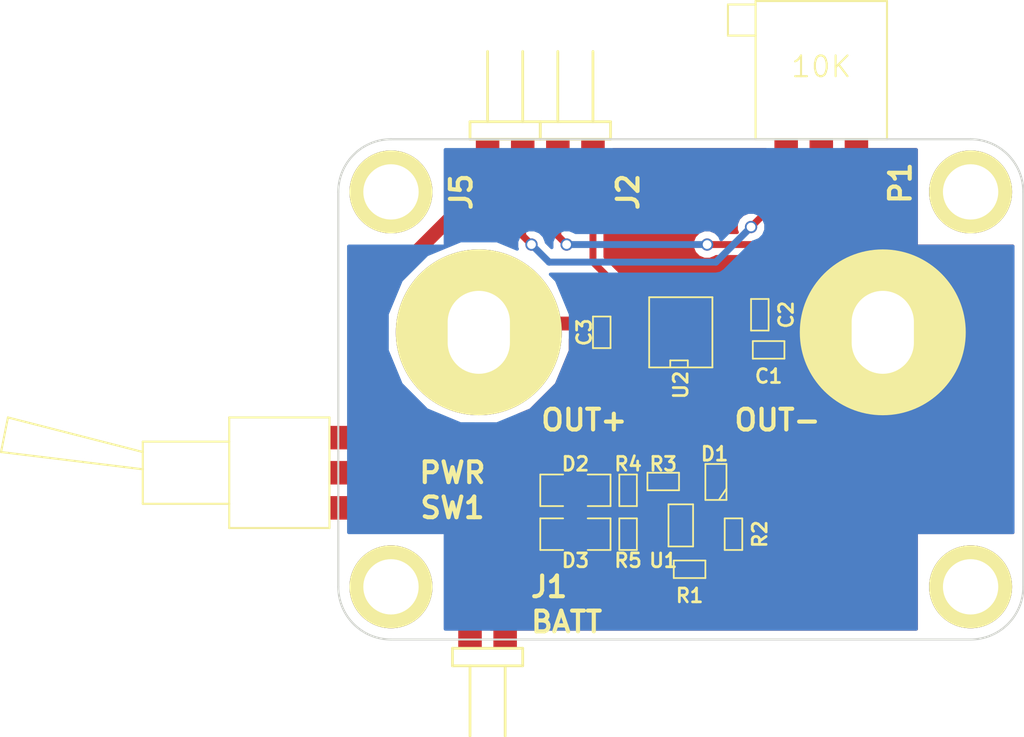
<source format=kicad_pcb>
(kicad_pcb (version 3) (host pcbnew "(2013-07-07 BZR 4022)-stable")

  (general
    (links 32)
    (no_connects 0)
    (area 146.100999 110.320999 225.408066 164.184001)
    (thickness 1.6)
    (drawings 8)
    (tracks 94)
    (zones 0)
    (modules 24)
    (nets 14)
  )

  (page A3)
  (layers
    (15 F.Cu signal)
    (0 B.Cu signal)
    (16 B.Adhes user)
    (17 F.Adhes user)
    (18 B.Paste user)
    (19 F.Paste user)
    (20 B.SilkS user)
    (21 F.SilkS user)
    (22 B.Mask user)
    (23 F.Mask user)
    (24 Dwgs.User user)
    (25 Cmts.User user)
    (26 Eco1.User user)
    (27 Eco2.User user)
    (28 Edge.Cuts user)
  )

  (setup
    (last_trace_width 0.254)
    (user_trace_width 0.5)
    (user_trace_width 1)
    (user_trace_width 2)
    (trace_clearance 0.254)
    (zone_clearance 0.508)
    (zone_45_only no)
    (trace_min 0.254)
    (segment_width 0.2)
    (edge_width 0.15)
    (via_size 0.889)
    (via_drill 0.635)
    (via_min_size 0.889)
    (via_min_drill 0.508)
    (uvia_size 0.508)
    (uvia_drill 0.127)
    (uvias_allowed no)
    (uvia_min_size 0.508)
    (uvia_min_drill 0.127)
    (pcb_text_width 0.3)
    (pcb_text_size 1.5 1.5)
    (mod_edge_width 0.2)
    (mod_text_size 1.5 1.5)
    (mod_text_width 0.15)
    (pad_size 12 12)
    (pad_drill 4.5)
    (pad_to_mask_clearance 0.2)
    (aux_axis_origin 0 0)
    (visible_elements 7FFFFFFF)
    (pcbplotparams
      (layerselection 3178497)
      (usegerberextensions true)
      (excludeedgelayer true)
      (linewidth 0.150000)
      (plotframeref false)
      (viasonmask false)
      (mode 1)
      (useauxorigin false)
      (hpglpennumber 1)
      (hpglpenspeed 20)
      (hpglpendiameter 15)
      (hpglpenoverlay 2)
      (psnegative false)
      (psa4output false)
      (plotreference true)
      (plotvalue true)
      (plotothertext true)
      (plotinvisibletext false)
      (padsonsilk false)
      (subtractmaskfromsilk false)
      (outputformat 1)
      (mirror false)
      (drillshape 1)
      (scaleselection 1)
      (outputdirectory ""))
  )

  (net 0 "")
  (net 1 +BATT)
  (net 2 GND)
  (net 3 N-0000010)
  (net 4 N-0000011)
  (net 5 N-0000012)
  (net 6 N-0000013)
  (net 7 N-0000014)
  (net 8 N-000002)
  (net 9 N-000004)
  (net 10 N-000005)
  (net 11 N-000006)
  (net 12 N-000007)
  (net 13 VCC)

  (net_class Default "This is the default net class."
    (clearance 0.254)
    (trace_width 0.254)
    (via_dia 0.889)
    (via_drill 0.635)
    (uvia_dia 0.508)
    (uvia_drill 0.127)
    (add_net "")
    (add_net +BATT)
    (add_net GND)
    (add_net N-0000010)
    (add_net N-0000011)
    (add_net N-0000012)
    (add_net N-0000013)
    (add_net N-0000014)
    (add_net N-000002)
    (add_net N-000004)
    (add_net N-000005)
    (add_net N-000006)
    (add_net N-000007)
    (add_net VCC)
  )

  (module SOT23-5 (layer F.Cu) (tedit 526C91F7) (tstamp 52426493)
    (at 195.58 148.59 90)
    (path /5224F90C)
    (attr smd)
    (fp_text reference U1 (at -2.54 -1.27 180) (layer F.SilkS)
      (effects (font (size 1 1) (thickness 0.2)))
    )
    (fp_text value LM321 (at 0 0 90) (layer F.SilkS) hide
      (effects (font (size 0.635 0.635) (thickness 0.127)))
    )
    (fp_line (start 1.524 -0.889) (end 1.524 0.889) (layer F.SilkS) (width 0.127))
    (fp_line (start 1.524 0.889) (end -1.524 0.889) (layer F.SilkS) (width 0.127))
    (fp_line (start -1.524 0.889) (end -1.524 -0.889) (layer F.SilkS) (width 0.127))
    (fp_line (start -1.524 -0.889) (end 1.524 -0.889) (layer F.SilkS) (width 0.127))
    (pad 1 smd rect (at -0.9525 1.27 90) (size 0.508 0.762)
      (layers F.Cu F.Paste F.Mask)
      (net 5 N-0000012)
    )
    (pad 3 smd rect (at 0.9525 1.27 90) (size 0.508 0.762)
      (layers F.Cu F.Paste F.Mask)
      (net 4 N-0000011)
    )
    (pad 5 smd rect (at -0.9525 -1.27 90) (size 0.508 0.762)
      (layers F.Cu F.Paste F.Mask)
      (net 13 VCC)
    )
    (pad 2 smd rect (at 0 1.27 90) (size 0.508 0.762)
      (layers F.Cu F.Paste F.Mask)
      (net 2 GND)
    )
    (pad 4 smd rect (at 0.9525 -1.27 90) (size 0.508 0.762)
      (layers F.Cu F.Paste F.Mask)
      (net 6 N-0000013)
    )
    (model smd/SOT23_5.wrl
      (at (xyz 0 0 0))
      (scale (xyz 0.1 0.1 0.1))
      (rotate (xyz 0 0 0))
    )
  )

  (module SOIC-8 (layer F.Cu) (tedit 526C92A1) (tstamp 524264A6)
    (at 195.58 134.62 90)
    (descr "Module CMS SOJ 8 pins large")
    (tags "CMS SOJ")
    (path /52323459)
    (attr smd)
    (fp_text reference U2 (at -3.81 0 90) (layer F.SilkS)
      (effects (font (size 1 1) (thickness 0.2)))
    )
    (fp_text value MAX6350 (at 0 1.27 90) (layer F.SilkS) hide
      (effects (font (size 1.00076 0.8001) (thickness 0.127)))
    )
    (fp_line (start -2.54 -2.286) (end 2.54 -2.286) (layer F.SilkS) (width 0.127))
    (fp_line (start 2.54 -2.286) (end 2.54 2.286) (layer F.SilkS) (width 0.127))
    (fp_line (start 2.54 2.286) (end -2.54 2.286) (layer F.SilkS) (width 0.127))
    (fp_line (start -2.54 2.286) (end -2.54 -2.286) (layer F.SilkS) (width 0.127))
    (fp_line (start -2.54 -0.762) (end -2.032 -0.762) (layer F.SilkS) (width 0.127))
    (fp_line (start -2.032 -0.762) (end -2.032 0.508) (layer F.SilkS) (width 0.127))
    (fp_line (start -2.032 0.508) (end -2.54 0.508) (layer F.SilkS) (width 0.127))
    (pad 8 smd rect (at -1.905 -3.175 90) (size 0.508 1.50114)
      (layers F.Cu F.Paste F.Mask)
    )
    (pad 7 smd rect (at -0.635 -3.175 90) (size 0.508 1.50114)
      (layers F.Cu F.Paste F.Mask)
    )
    (pad 6 smd rect (at 0.635 -3.175 90) (size 0.508 1.50114)
      (layers F.Cu F.Paste F.Mask)
      (net 8 N-000002)
    )
    (pad 5 smd rect (at 1.905 -3.175 90) (size 0.508 1.50114)
      (layers F.Cu F.Paste F.Mask)
      (net 10 N-000005)
    )
    (pad 4 smd rect (at 1.905 3.175 90) (size 0.508 1.50114)
      (layers F.Cu F.Paste F.Mask)
      (net 2 GND)
    )
    (pad 3 smd rect (at 0.635 3.175 90) (size 0.508 1.50114)
      (layers F.Cu F.Paste F.Mask)
      (net 12 N-000007)
    )
    (pad 2 smd rect (at -0.635 3.175 90) (size 0.508 1.50114)
      (layers F.Cu F.Paste F.Mask)
      (net 13 VCC)
    )
    (pad 1 smd rect (at -1.905 3.175 90) (size 0.508 1.50114)
      (layers F.Cu F.Paste F.Mask)
    )
    (model smd/cms_so8.wrl
      (at (xyz 0 0 0))
      (scale (xyz 0.5 0.38 0.5))
      (rotate (xyz 0 0 0))
    )
  )

  (module SM1206 (layer F.Cu) (tedit 526C8F12) (tstamp 524264B2)
    (at 187.96 149.225 180)
    (path /51AA6D97)
    (attr smd)
    (fp_text reference D3 (at 0 -1.905 180) (layer F.SilkS)
      (effects (font (size 1 1) (thickness 0.2)))
    )
    (fp_text value "LED (GREEN)" (at 0 0 180) (layer F.SilkS) hide
      (effects (font (size 0.762 0.762) (thickness 0.127)))
    )
    (fp_line (start -2.54 -1.143) (end -2.54 1.143) (layer F.SilkS) (width 0.127))
    (fp_line (start -2.54 1.143) (end -0.889 1.143) (layer F.SilkS) (width 0.127))
    (fp_line (start 0.889 -1.143) (end 2.54 -1.143) (layer F.SilkS) (width 0.127))
    (fp_line (start 2.54 -1.143) (end 2.54 1.143) (layer F.SilkS) (width 0.127))
    (fp_line (start 2.54 1.143) (end 0.889 1.143) (layer F.SilkS) (width 0.127))
    (fp_line (start -0.889 -1.143) (end -2.54 -1.143) (layer F.SilkS) (width 0.127))
    (pad 1 smd rect (at -1.651 0 180) (size 1.524 2.032)
      (layers F.Cu F.Paste F.Mask)
      (net 7 N-0000014)
    )
    (pad 2 smd rect (at 1.651 0 180) (size 1.524 2.032)
      (layers F.Cu F.Paste F.Mask)
      (net 2 GND)
    )
    (model smd/chip_cms.wrl
      (at (xyz 0 0 0))
      (scale (xyz 0.17 0.16 0.16))
      (rotate (xyz 0 0 0))
    )
  )

  (module SM1206 (layer F.Cu) (tedit 526C8F22) (tstamp 524264BE)
    (at 187.96 146.05)
    (path /51A1359F)
    (attr smd)
    (fp_text reference D2 (at 0 -1.905) (layer F.SilkS)
      (effects (font (size 1 1) (thickness 0.2)))
    )
    (fp_text value "LED (RED)" (at 0 0) (layer F.SilkS) hide
      (effects (font (size 0.762 0.762) (thickness 0.127)))
    )
    (fp_line (start -2.54 -1.143) (end -2.54 1.143) (layer F.SilkS) (width 0.127))
    (fp_line (start -2.54 1.143) (end -0.889 1.143) (layer F.SilkS) (width 0.127))
    (fp_line (start 0.889 -1.143) (end 2.54 -1.143) (layer F.SilkS) (width 0.127))
    (fp_line (start 2.54 -1.143) (end 2.54 1.143) (layer F.SilkS) (width 0.127))
    (fp_line (start 2.54 1.143) (end 0.889 1.143) (layer F.SilkS) (width 0.127))
    (fp_line (start -0.889 -1.143) (end -2.54 -1.143) (layer F.SilkS) (width 0.127))
    (pad 1 smd rect (at -1.651 0) (size 1.524 2.032)
      (layers F.Cu F.Paste F.Mask)
      (net 13 VCC)
    )
    (pad 2 smd rect (at 1.651 0) (size 1.524 2.032)
      (layers F.Cu F.Paste F.Mask)
      (net 3 N-0000010)
    )
    (model smd/chip_cms.wrl
      (at (xyz 0 0 0))
      (scale (xyz 0.17 0.16 0.16))
      (rotate (xyz 0 0 0))
    )
  )

  (module SM0603 (layer F.Cu) (tedit 526C918B) (tstamp 524264C8)
    (at 194.31 145.415)
    (path /51A1354F)
    (attr smd)
    (fp_text reference R3 (at 0 -1.27) (layer F.SilkS)
      (effects (font (size 1 1) (thickness 0.2)))
    )
    (fp_text value 2K2 (at 0 0) (layer F.SilkS) hide
      (effects (font (size 0.508 0.4572) (thickness 0.1143)))
    )
    (fp_line (start -1.143 -0.635) (end 1.143 -0.635) (layer F.SilkS) (width 0.127))
    (fp_line (start 1.143 -0.635) (end 1.143 0.635) (layer F.SilkS) (width 0.127))
    (fp_line (start 1.143 0.635) (end -1.143 0.635) (layer F.SilkS) (width 0.127))
    (fp_line (start -1.143 0.635) (end -1.143 -0.635) (layer F.SilkS) (width 0.127))
    (pad 1 smd rect (at -0.762 0) (size 0.635 1.143)
      (layers F.Cu F.Paste F.Mask)
      (net 13 VCC)
    )
    (pad 2 smd rect (at 0.762 0) (size 0.635 1.143)
      (layers F.Cu F.Paste F.Mask)
      (net 4 N-0000011)
    )
    (model smd\resistors\R0603.wrl
      (at (xyz 0 0 0.001))
      (scale (xyz 0.5 0.5 0.5))
      (rotate (xyz 0 0 0))
    )
  )

  (module SM0603 (layer F.Cu) (tedit 526C920E) (tstamp 524264D2)
    (at 199.39 149.225 90)
    (path /51A13546)
    (attr smd)
    (fp_text reference R2 (at 0 1.905 90) (layer F.SilkS)
      (effects (font (size 1 1) (thickness 0.2)))
    )
    (fp_text value 470k (at 0 0 90) (layer F.SilkS) hide
      (effects (font (size 0.508 0.4572) (thickness 0.1143)))
    )
    (fp_line (start -1.143 -0.635) (end 1.143 -0.635) (layer F.SilkS) (width 0.127))
    (fp_line (start 1.143 -0.635) (end 1.143 0.635) (layer F.SilkS) (width 0.127))
    (fp_line (start 1.143 0.635) (end -1.143 0.635) (layer F.SilkS) (width 0.127))
    (fp_line (start -1.143 0.635) (end -1.143 -0.635) (layer F.SilkS) (width 0.127))
    (pad 1 smd rect (at -0.762 0 90) (size 0.635 1.143)
      (layers F.Cu F.Paste F.Mask)
      (net 5 N-0000012)
    )
    (pad 2 smd rect (at 0.762 0 90) (size 0.635 1.143)
      (layers F.Cu F.Paste F.Mask)
      (net 2 GND)
    )
    (model smd\resistors\R0603.wrl
      (at (xyz 0 0 0.001))
      (scale (xyz 0.5 0.5 0.5))
      (rotate (xyz 0 0 0))
    )
  )

  (module SM0603 (layer F.Cu) (tedit 526C91B1) (tstamp 524264DC)
    (at 196.215 151.765)
    (path /51A13538)
    (attr smd)
    (fp_text reference R1 (at 0 1.905) (layer F.SilkS)
      (effects (font (size 1 1) (thickness 0.2)))
    )
    (fp_text value 330k (at 0 0) (layer F.SilkS) hide
      (effects (font (size 0.508 0.4572) (thickness 0.1143)))
    )
    (fp_line (start -1.143 -0.635) (end 1.143 -0.635) (layer F.SilkS) (width 0.127))
    (fp_line (start 1.143 -0.635) (end 1.143 0.635) (layer F.SilkS) (width 0.127))
    (fp_line (start 1.143 0.635) (end -1.143 0.635) (layer F.SilkS) (width 0.127))
    (fp_line (start -1.143 0.635) (end -1.143 -0.635) (layer F.SilkS) (width 0.127))
    (pad 1 smd rect (at -0.762 0) (size 0.635 1.143)
      (layers F.Cu F.Paste F.Mask)
      (net 13 VCC)
    )
    (pad 2 smd rect (at 0.762 0) (size 0.635 1.143)
      (layers F.Cu F.Paste F.Mask)
      (net 5 N-0000012)
    )
    (model smd\resistors\R0603.wrl
      (at (xyz 0 0 0.001))
      (scale (xyz 0.5 0.5 0.5))
      (rotate (xyz 0 0 0))
    )
  )

  (module SM0603 (layer F.Cu) (tedit 526C8F4B) (tstamp 524264E6)
    (at 191.77 146.05 270)
    (path /51A13655)
    (attr smd)
    (fp_text reference R4 (at -1.905 0 360) (layer F.SilkS)
      (effects (font (size 1 1) (thickness 0.2)))
    )
    (fp_text value 1K (at 0 0 270) (layer F.SilkS) hide
      (effects (font (size 0.508 0.4572) (thickness 0.1143)))
    )
    (fp_line (start -1.143 -0.635) (end 1.143 -0.635) (layer F.SilkS) (width 0.127))
    (fp_line (start 1.143 -0.635) (end 1.143 0.635) (layer F.SilkS) (width 0.127))
    (fp_line (start 1.143 0.635) (end -1.143 0.635) (layer F.SilkS) (width 0.127))
    (fp_line (start -1.143 0.635) (end -1.143 -0.635) (layer F.SilkS) (width 0.127))
    (pad 1 smd rect (at -0.762 0 270) (size 0.635 1.143)
      (layers F.Cu F.Paste F.Mask)
      (net 3 N-0000010)
    )
    (pad 2 smd rect (at 0.762 0 270) (size 0.635 1.143)
      (layers F.Cu F.Paste F.Mask)
      (net 6 N-0000013)
    )
    (model smd\resistors\R0603.wrl
      (at (xyz 0 0 0.001))
      (scale (xyz 0.5 0.5 0.5))
      (rotate (xyz 0 0 0))
    )
  )

  (module SM0603 (layer F.Cu) (tedit 526C92C8) (tstamp 524264F0)
    (at 201.295 133.35 90)
    (path /523281D8)
    (attr smd)
    (fp_text reference C2 (at 0 1.905 90) (layer F.SilkS)
      (effects (font (size 1 1) (thickness 0.2)))
    )
    (fp_text value 1uF (at 0 0 90) (layer F.SilkS) hide
      (effects (font (size 0.508 0.4572) (thickness 0.1143)))
    )
    (fp_line (start -1.143 -0.635) (end 1.143 -0.635) (layer F.SilkS) (width 0.127))
    (fp_line (start 1.143 -0.635) (end 1.143 0.635) (layer F.SilkS) (width 0.127))
    (fp_line (start 1.143 0.635) (end -1.143 0.635) (layer F.SilkS) (width 0.127))
    (fp_line (start -1.143 0.635) (end -1.143 -0.635) (layer F.SilkS) (width 0.127))
    (pad 1 smd rect (at -0.762 0 90) (size 0.635 1.143)
      (layers F.Cu F.Paste F.Mask)
      (net 12 N-000007)
    )
    (pad 2 smd rect (at 0.762 0 90) (size 0.635 1.143)
      (layers F.Cu F.Paste F.Mask)
      (net 2 GND)
    )
    (model smd\resistors\R0603.wrl
      (at (xyz 0 0 0.001))
      (scale (xyz 0.5 0.5 0.5))
      (rotate (xyz 0 0 0))
    )
  )

  (module SM0603 (layer F.Cu) (tedit 526C9291) (tstamp 524264FA)
    (at 189.865 134.62 270)
    (path /5232828B)
    (attr smd)
    (fp_text reference C3 (at 0 1.27 270) (layer F.SilkS)
      (effects (font (size 1 1) (thickness 0.2)))
    )
    (fp_text value 2,2uF (at 0 0 270) (layer F.SilkS) hide
      (effects (font (size 0.508 0.4572) (thickness 0.1143)))
    )
    (fp_line (start -1.143 -0.635) (end 1.143 -0.635) (layer F.SilkS) (width 0.127))
    (fp_line (start 1.143 -0.635) (end 1.143 0.635) (layer F.SilkS) (width 0.127))
    (fp_line (start 1.143 0.635) (end -1.143 0.635) (layer F.SilkS) (width 0.127))
    (fp_line (start -1.143 0.635) (end -1.143 -0.635) (layer F.SilkS) (width 0.127))
    (pad 1 smd rect (at -0.762 0 270) (size 0.635 1.143)
      (layers F.Cu F.Paste F.Mask)
      (net 8 N-000002)
    )
    (pad 2 smd rect (at 0.762 0 270) (size 0.635 1.143)
      (layers F.Cu F.Paste F.Mask)
      (net 2 GND)
    )
    (model smd\resistors\R0603.wrl
      (at (xyz 0 0 0.001))
      (scale (xyz 0.5 0.5 0.5))
      (rotate (xyz 0 0 0))
    )
  )

  (module SM0603 (layer F.Cu) (tedit 526C92C3) (tstamp 52426504)
    (at 201.93 135.89)
    (path /523282DB)
    (attr smd)
    (fp_text reference C1 (at 0 1.905) (layer F.SilkS)
      (effects (font (size 1 1) (thickness 0.2)))
    )
    (fp_text value 2,2uF (at 0 0) (layer F.SilkS) hide
      (effects (font (size 0.508 0.4572) (thickness 0.1143)))
    )
    (fp_line (start -1.143 -0.635) (end 1.143 -0.635) (layer F.SilkS) (width 0.127))
    (fp_line (start 1.143 -0.635) (end 1.143 0.635) (layer F.SilkS) (width 0.127))
    (fp_line (start 1.143 0.635) (end -1.143 0.635) (layer F.SilkS) (width 0.127))
    (fp_line (start -1.143 0.635) (end -1.143 -0.635) (layer F.SilkS) (width 0.127))
    (pad 1 smd rect (at -0.762 0) (size 0.635 1.143)
      (layers F.Cu F.Paste F.Mask)
      (net 13 VCC)
    )
    (pad 2 smd rect (at 0.762 0) (size 0.635 1.143)
      (layers F.Cu F.Paste F.Mask)
      (net 2 GND)
    )
    (model smd\resistors\R0603.wrl
      (at (xyz 0 0 0.001))
      (scale (xyz 0.5 0.5 0.5))
      (rotate (xyz 0 0 0))
    )
  )

  (module SM0603 (layer F.Cu) (tedit 526C8F74) (tstamp 5242650E)
    (at 191.77 149.225 90)
    (path /51AA6D5D)
    (attr smd)
    (fp_text reference R5 (at -1.905 0 180) (layer F.SilkS)
      (effects (font (size 1 1) (thickness 0.2)))
    )
    (fp_text value 1K (at 0 0 90) (layer F.SilkS) hide
      (effects (font (size 0.508 0.4572) (thickness 0.1143)))
    )
    (fp_line (start -1.143 -0.635) (end 1.143 -0.635) (layer F.SilkS) (width 0.127))
    (fp_line (start 1.143 -0.635) (end 1.143 0.635) (layer F.SilkS) (width 0.127))
    (fp_line (start 1.143 0.635) (end -1.143 0.635) (layer F.SilkS) (width 0.127))
    (fp_line (start -1.143 0.635) (end -1.143 -0.635) (layer F.SilkS) (width 0.127))
    (pad 1 smd rect (at -0.762 0 90) (size 0.635 1.143)
      (layers F.Cu F.Paste F.Mask)
      (net 7 N-0000014)
    )
    (pad 2 smd rect (at 0.762 0 90) (size 0.635 1.143)
      (layers F.Cu F.Paste F.Mask)
      (net 6 N-0000013)
    )
    (model smd\resistors\R0603.wrl
      (at (xyz 0 0 0.001))
      (scale (xyz 0.5 0.5 0.5))
      (rotate (xyz 0 0 0))
    )
  )

  (module RV_BOU3296X-EDGE (layer F.Cu) (tedit 526C926D) (tstamp 5242651C)
    (at 205.74 120.65 180)
    (path /523283BF)
    (fp_text reference P1 (at -5.715 -3.175 270) (layer F.SilkS)
      (effects (font (size 1.5 1.5) (thickness 0.3)))
    )
    (fp_text value 10K (at 0 5.25 180) (layer F.SilkS)
      (effects (font (size 1.5 1.5) (thickness 0.15)))
    )
    (fp_line (start 4.75 9.75) (end 6.75 9.75) (layer F.SilkS) (width 0.15))
    (fp_line (start 6.75 9.75) (end 6.75 7.5) (layer F.SilkS) (width 0.15))
    (fp_line (start 6.75 7.5) (end 4.75 7.5) (layer F.SilkS) (width 0.15))
    (fp_line (start -4.75 0) (end 4.75 0) (layer F.SilkS) (width 0.15))
    (fp_line (start 4.75 0) (end 4.75 10) (layer F.SilkS) (width 0.15))
    (fp_line (start 4.75 10) (end -4.75 10) (layer F.SilkS) (width 0.15))
    (fp_line (start -4.75 10) (end -4.75 0) (layer F.SilkS) (width 0.15))
    (pad 1 smd rect (at -2.54 -3 180) (size 1.7 6)
      (layers F.Cu F.Paste F.Mask)
      (net 2 GND)
    )
    (pad 2 smd rect (at 0 -3 180) (size 1.7 6)
      (layers F.Cu F.Paste F.Mask)
      (net 11 N-000006)
    )
    (pad 3 smd rect (at 2.54 -3 180) (size 1.7 6)
      (layers F.Cu F.Paste F.Mask)
      (net 9 N-000004)
    )
  )

  (module HDR-2-EDGE (layer F.Cu) (tedit 526C933E) (tstamp 52426528)
    (at 187.96 120.65 180)
    (path /523283CE)
    (fp_text reference J2 (at -3.81 -3.81 270) (layer F.SilkS)
      (effects (font (size 1.5 1.5) (thickness 0.3)))
    )
    (fp_text value TRIM (at 0 7.62 180) (layer F.SilkS) hide
      (effects (font (size 1.5 1.5) (thickness 0.2)))
    )
    (fp_line (start -2.54 1.27) (end 2.54 1.27) (layer F.SilkS) (width 0.2))
    (fp_line (start -2.54 0) (end 2.54 0) (layer F.SilkS) (width 0.2))
    (fp_line (start -2.54 1.27) (end -2.54 0) (layer F.SilkS) (width 0.2))
    (fp_line (start 2.54 1.27) (end 2.54 0) (layer F.SilkS) (width 0.2))
    (fp_line (start -1.27 6.35) (end -1.27 1.27) (layer F.SilkS) (width 0.2))
    (fp_line (start 1.27 6.35) (end 1.27 1.27) (layer F.SilkS) (width 0.2))
    (pad 1 smd rect (at -1.27 -3 180) (size 1.7 6)
      (layers F.Cu F.Paste F.Mask)
      (net 10 N-000005)
    )
    (pad 2 smd rect (at 1.27 -3 180) (size 1.7 6)
      (layers F.Cu F.Paste F.Mask)
      (net 11 N-000006)
    )
  )

  (module HDR-2-EDGE (layer F.Cu) (tedit 526C9354) (tstamp 52426534)
    (at 182.88 120.65 180)
    (path /523391A3)
    (fp_text reference J5 (at 3.175 -3.81 270) (layer F.SilkS)
      (effects (font (size 1.5 1.5) (thickness 0.3)))
    )
    (fp_text value TRIMPWR (at 0 7.62 180) (layer F.SilkS) hide
      (effects (font (size 1.5 1.5) (thickness 0.2)))
    )
    (fp_line (start -2.54 1.27) (end 2.54 1.27) (layer F.SilkS) (width 0.2))
    (fp_line (start -2.54 0) (end 2.54 0) (layer F.SilkS) (width 0.2))
    (fp_line (start -2.54 1.27) (end -2.54 0) (layer F.SilkS) (width 0.2))
    (fp_line (start 2.54 1.27) (end 2.54 0) (layer F.SilkS) (width 0.2))
    (fp_line (start -1.27 6.35) (end -1.27 1.27) (layer F.SilkS) (width 0.2))
    (fp_line (start 1.27 6.35) (end 1.27 1.27) (layer F.SilkS) (width 0.2))
    (pad 1 smd rect (at -1.27 -3 180) (size 1.7 6)
      (layers F.Cu F.Paste F.Mask)
      (net 9 N-000004)
    )
    (pad 2 smd rect (at 1.27 -3 180) (size 1.7 6)
      (layers F.Cu F.Paste F.Mask)
      (net 13 VCC)
    )
  )

  (module HDR-2-EDGE (layer F.Cu) (tedit 526C8E89) (tstamp 52426540)
    (at 181.61 157.48)
    (path /52339217)
    (fp_text reference J1 (at 4.445 -4.445) (layer F.SilkS)
      (effects (font (size 1.5 1.5) (thickness 0.3)))
    )
    (fp_text value BATT (at 5.715 -1.905) (layer F.SilkS)
      (effects (font (size 1.5 1.5) (thickness 0.3)))
    )
    (fp_line (start -2.54 1.27) (end 2.54 1.27) (layer F.SilkS) (width 0.2))
    (fp_line (start -2.54 0) (end 2.54 0) (layer F.SilkS) (width 0.2))
    (fp_line (start -2.54 1.27) (end -2.54 0) (layer F.SilkS) (width 0.2))
    (fp_line (start 2.54 1.27) (end 2.54 0) (layer F.SilkS) (width 0.2))
    (fp_line (start -1.27 6.35) (end -1.27 1.27) (layer F.SilkS) (width 0.2))
    (fp_line (start 1.27 6.35) (end 1.27 1.27) (layer F.SilkS) (width 0.2))
    (pad 1 smd rect (at -1.27 -3) (size 1.7 6)
      (layers F.Cu F.Paste F.Mask)
      (net 1 +BATT)
    )
    (pad 2 smd rect (at 1.27 -3) (size 1.7 6)
      (layers F.Cu F.Paste F.Mask)
      (net 2 GND)
    )
  )

  (module BANANA_JACK (layer F.Cu) (tedit 526C930E) (tstamp 52426545)
    (at 180.975 134.62 180)
    (path /5232833F)
    (fp_text reference J3 (at 0 -7.62 180) (layer F.SilkS) hide
      (effects (font (size 1.5 1.5) (thickness 0.15)))
    )
    (fp_text value OUT+ (at -7.62 -6.35 180) (layer F.SilkS)
      (effects (font (size 1.5 1.5) (thickness 0.3)))
    )
    (pad 1 thru_hole circle (at 0 0 180) (size 12 12) (drill oval 4.5 6)
      (layers *.Cu *.Mask F.SilkS)
      (net 8 N-000002)
    )
  )

  (module BANANA_JACK (layer F.Cu) (tedit 526C9314) (tstamp 5242654A)
    (at 210.185 134.62 180)
    (path /5232837A)
    (fp_text reference J4 (at 0 -7.62 180) (layer F.SilkS) hide
      (effects (font (size 1.5 1.5) (thickness 0.15)))
    )
    (fp_text value OUT- (at 7.62 -6.35 180) (layer F.SilkS)
      (effects (font (size 1.5 1.5) (thickness 0.3)))
    )
    (pad 1 thru_hole circle (at 0 0 180) (size 12 12) (drill oval 4.5 6)
      (layers *.Cu *.Mask F.SilkS)
      (net 2 GND)
    )
  )

  (module SW_EDGE (layer F.Cu) (tedit 526C8ECC) (tstamp 52429411)
    (at 170.18 144.78 270)
    (path /52353079)
    (fp_text reference SW1 (at 2.54 -8.89 360) (layer F.SilkS)
      (effects (font (size 1.5 1.5) (thickness 0.3)))
    )
    (fp_text value PWR (at 0 -8.89 360) (layer F.SilkS)
      (effects (font (size 1.5 1.5) (thickness 0.3)))
    )
    (fp_line (start -1.5 13.5) (end -4 23.25) (layer F.SilkS) (width 0.15))
    (fp_line (start -4 23.25) (end -1.5 23.75) (layer F.SilkS) (width 0.15))
    (fp_line (start -1.5 23.75) (end -0.25 13.5) (layer F.SilkS) (width 0.15))
    (fp_line (start -2.25 7.25) (end -2.25 13.5) (layer F.SilkS) (width 0.15))
    (fp_line (start -2.25 13.5) (end 2.25 13.5) (layer F.SilkS) (width 0.15))
    (fp_line (start 2.25 13.5) (end 2.25 7.25) (layer F.SilkS) (width 0.15))
    (fp_line (start -4 0) (end 4 0) (layer F.SilkS) (width 0.15))
    (fp_line (start -4 0) (end -4 7.25) (layer F.SilkS) (width 0.15))
    (fp_line (start -4 7.25) (end 4 7.25) (layer F.SilkS) (width 0.15))
    (fp_line (start 4 7.25) (end 4 0) (layer F.SilkS) (width 0.15))
    (pad 1 smd rect (at -2.54 -3 270) (size 1.7 6)
      (layers F.Cu F.Paste F.Mask)
      (net 13 VCC)
    )
    (pad 2 smd rect (at 0 -3 270) (size 1.7 6)
      (layers F.Cu F.Paste F.Mask)
      (net 1 +BATT)
    )
    (pad 3 smd rect (at 2.54 -3 270) (size 1.7 6)
      (layers F.Cu F.Paste F.Mask)
    )
  )

  (module SOT23 (layer F.Cu) (tedit 526C921B) (tstamp 5242941D)
    (at 198.12 145.415 90)
    (tags SOT23)
    (path /51A1357D)
    (fp_text reference D1 (at 1.99898 -0.09906 180) (layer F.SilkS)
      (effects (font (size 1 1) (thickness 0.2)))
    )
    (fp_text value BZX84C4V7LT1G (at 0.0635 0 90) (layer F.SilkS) hide
      (effects (font (size 0.50038 0.50038) (thickness 0.0762)))
    )
    (fp_line (start -0.508 0.762) (end -1.27 0.254) (layer F.SilkS) (width 0.127))
    (fp_line (start 1.27 0.762) (end -1.3335 0.762) (layer F.SilkS) (width 0.127))
    (fp_line (start -1.3335 0.762) (end -1.3335 -0.762) (layer F.SilkS) (width 0.127))
    (fp_line (start -1.3335 -0.762) (end 1.27 -0.762) (layer F.SilkS) (width 0.127))
    (fp_line (start 1.27 -0.762) (end 1.27 0.762) (layer F.SilkS) (width 0.127))
    (pad 3 smd rect (at 0 -1.27 90) (size 0.70104 1.00076)
      (layers F.Cu F.Paste F.Mask)
      (net 4 N-0000011)
    )
    (pad 2 smd rect (at 0.9525 1.27 90) (size 0.70104 1.00076)
      (layers F.Cu F.Paste F.Mask)
    )
    (pad 1 smd rect (at -0.9525 1.27 90) (size 0.70104 1.00076)
      (layers F.Cu F.Paste F.Mask)
      (net 2 GND)
    )
    (model smd/SOT23_6.wrl
      (at (xyz 0 0 0))
      (scale (xyz 0.11 0.11 0.11))
      (rotate (xyz 0 0 -180))
    )
  )

  (module MNT_HOLE_4 (layer F.Cu) (tedit 4AAB21C9) (tstamp 52446841)
    (at 216.535 124.46)
    (fp_text reference MNT_HOLE_4 (at 0 -6.35) (layer F.SilkS) hide
      (effects (font (size 1.524 1.524) (thickness 0.3048)))
    )
    (fp_text value Val** (at 0 0) (layer F.SilkS) hide
      (effects (font (size 1.524 1.524) (thickness 0.3048)))
    )
    (pad "" thru_hole circle (at 0 0) (size 5.99948 5.99948) (drill 4.0005)
      (layers *.Cu *.Mask F.SilkS)
    )
  )

  (module MNT_HOLE_4 (layer F.Cu) (tedit 4AAB21C9) (tstamp 5244684A)
    (at 174.625 124.46)
    (fp_text reference MNT_HOLE_4 (at 0 -6.35) (layer F.SilkS) hide
      (effects (font (size 1.524 1.524) (thickness 0.3048)))
    )
    (fp_text value Val** (at 0 0) (layer F.SilkS) hide
      (effects (font (size 1.524 1.524) (thickness 0.3048)))
    )
    (pad "" thru_hole circle (at 0 0) (size 5.99948 5.99948) (drill 4.0005)
      (layers *.Cu *.Mask F.SilkS)
    )
  )

  (module MNT_HOLE_4 (layer F.Cu) (tedit 4AAB21C9) (tstamp 52446853)
    (at 174.625 153.035)
    (fp_text reference MNT_HOLE_4 (at 0 -6.35) (layer F.SilkS) hide
      (effects (font (size 1.524 1.524) (thickness 0.3048)))
    )
    (fp_text value Val** (at 0 0) (layer F.SilkS) hide
      (effects (font (size 1.524 1.524) (thickness 0.3048)))
    )
    (pad "" thru_hole circle (at 0 0) (size 5.99948 5.99948) (drill 4.0005)
      (layers *.Cu *.Mask F.SilkS)
    )
  )

  (module MNT_HOLE_4 (layer F.Cu) (tedit 4AAB21C9) (tstamp 5244685C)
    (at 216.535 153.035)
    (fp_text reference MNT_HOLE_4 (at 0 -6.35) (layer F.SilkS) hide
      (effects (font (size 1.524 1.524) (thickness 0.3048)))
    )
    (fp_text value Val** (at 0 0) (layer F.SilkS) hide
      (effects (font (size 1.524 1.524) (thickness 0.3048)))
    )
    (pad "" thru_hole circle (at 0 0) (size 5.99948 5.99948) (drill 4.0005)
      (layers *.Cu *.Mask F.SilkS)
    )
  )

  (gr_line (start 220.345 124.46) (end 220.345 153.035) (angle 90) (layer Edge.Cuts) (width 0.15))
  (gr_line (start 170.815 124.46) (end 170.815 153.035) (angle 90) (layer Edge.Cuts) (width 0.15))
  (gr_line (start 216.535 120.65) (end 174.625 120.65) (angle 90) (layer Edge.Cuts) (width 0.15))
  (gr_arc (start 216.535 124.46) (end 216.535 120.65) (angle 90) (layer Edge.Cuts) (width 0.15))
  (gr_arc (start 174.625 124.46) (end 170.815 124.46) (angle 90) (layer Edge.Cuts) (width 0.15))
  (gr_arc (start 174.625 153.035) (end 174.625 156.845) (angle 90) (layer Edge.Cuts) (width 0.15))
  (gr_arc (start 216.535 153.035) (end 220.345 153.035) (angle 90) (layer Edge.Cuts) (width 0.15))
  (gr_line (start 174.625 156.845) (end 216.535 156.845) (angle 90) (layer Edge.Cuts) (width 0.15))

  (segment (start 173.18 144.78) (end 176.53 144.78) (width 2) (layer F.Cu) (net 1))
  (segment (start 176.53 144.78) (end 180.34 148.59) (width 2) (layer F.Cu) (net 1) (tstamp 524358D9))
  (segment (start 180.34 148.59) (end 180.34 154.48) (width 2) (layer F.Cu) (net 1) (tstamp 524358DE))
  (segment (start 208.28 123.65) (end 208.28 132.715) (width 1) (layer F.Cu) (net 2))
  (segment (start 208.28 132.715) (end 210.185 134.62) (width 1) (layer F.Cu) (net 2) (tstamp 52440A3F))
  (segment (start 199.39 148.463) (end 200.533 148.463) (width 0.5) (layer F.Cu) (net 2))
  (segment (start 201.295 149.225) (end 201.295 154.48) (width 0.5) (layer F.Cu) (net 2) (tstamp 5243ABFE))
  (segment (start 200.533 148.463) (end 201.295 149.225) (width 0.5) (layer F.Cu) (net 2) (tstamp 5243ABFB))
  (segment (start 186.309 149.225) (end 186.309 154.48) (width 0.5) (layer F.Cu) (net 2))
  (segment (start 182.88 154.48) (end 186.309 154.48) (width 2) (layer F.Cu) (net 2))
  (segment (start 186.309 154.48) (end 201.295 154.48) (width 2) (layer F.Cu) (net 2) (tstamp 5243ABF9))
  (segment (start 201.295 154.48) (end 206.2 154.48) (width 2) (layer F.Cu) (net 2) (tstamp 5243AC01))
  (segment (start 206.2 154.48) (end 210.185 150.495) (width 2) (layer F.Cu) (net 2) (tstamp 5243AB91))
  (segment (start 210.185 150.495) (end 210.185 134.62) (width 2) (layer F.Cu) (net 2) (tstamp 5243AB94))
  (segment (start 189.865 135.382) (end 189.865 136.525) (width 0.5) (layer F.Cu) (net 2))
  (segment (start 197.485 132.715) (end 198.755 132.715) (width 0.5) (layer F.Cu) (net 2) (tstamp 5243A89B))
  (segment (start 196.85 133.35) (end 197.485 132.715) (width 0.5) (layer F.Cu) (net 2) (tstamp 5243A899))
  (segment (start 196.85 136.525) (end 196.85 133.35) (width 0.5) (layer F.Cu) (net 2) (tstamp 5243A894))
  (segment (start 195.58 137.795) (end 196.85 136.525) (width 0.5) (layer F.Cu) (net 2) (tstamp 5243A88F))
  (segment (start 191.135 137.795) (end 195.58 137.795) (width 0.5) (layer F.Cu) (net 2) (tstamp 5243A88D))
  (segment (start 189.865 136.525) (end 191.135 137.795) (width 0.5) (layer F.Cu) (net 2) (tstamp 5243A883))
  (segment (start 202.692 135.89) (end 202.692 132.715) (width 0.5) (layer F.Cu) (net 2))
  (segment (start 202.692 132.715) (end 202.565 132.715) (width 0.5) (layer F.Cu) (net 2) (tstamp 5243A80F))
  (segment (start 198.755 132.715) (end 201.168 132.715) (width 0.5) (layer F.Cu) (net 2))
  (segment (start 201.168 132.715) (end 201.295 132.588) (width 0.5) (layer F.Cu) (net 2) (tstamp 5243A7D9))
  (segment (start 201.295 132.588) (end 201.295 132.715) (width 0.5) (layer F.Cu) (net 2) (tstamp 5243A7E0))
  (segment (start 201.295 132.715) (end 202.565 132.715) (width 0.5) (layer F.Cu) (net 2) (tstamp 5243A7E1))
  (segment (start 202.565 132.715) (end 208.28 132.715) (width 0.5) (layer F.Cu) (net 2) (tstamp 5243A819))
  (segment (start 208.28 132.715) (end 210.185 134.62) (width 0.5) (layer F.Cu) (net 2) (tstamp 5243A7F6))
  (segment (start 183.055 154.305) (end 182.88 154.48) (width 0.254) (layer F.Cu) (net 2) (tstamp 524358C5))
  (segment (start 199.39 148.463) (end 199.39 146.3675) (width 0.254) (layer F.Cu) (net 2))
  (segment (start 196.85 148.59) (end 199.263 148.59) (width 0.254) (layer F.Cu) (net 2))
  (segment (start 199.263 148.59) (end 199.39 148.463) (width 0.254) (layer F.Cu) (net 2) (tstamp 524355DC))
  (segment (start 191.77 145.288) (end 190.373 145.288) (width 0.254) (layer F.Cu) (net 3))
  (segment (start 190.373 145.288) (end 189.611 146.05) (width 0.254) (layer F.Cu) (net 3) (tstamp 52435741))
  (segment (start 196.85 145.415) (end 195.072 145.415) (width 0.254) (layer F.Cu) (net 4) (status 20))
  (segment (start 196.85 147.6375) (end 196.85 145.415) (width 0.254) (layer F.Cu) (net 4))
  (segment (start 199.39 149.987) (end 196.977 149.987) (width 0.254) (layer F.Cu) (net 5))
  (segment (start 196.85 149.5425) (end 196.977 149.6695) (width 0.254) (layer F.Cu) (net 5))
  (segment (start 196.977 149.6695) (end 196.977 149.987) (width 0.254) (layer F.Cu) (net 5) (tstamp 52435606))
  (segment (start 196.977 149.987) (end 196.977 151.765) (width 0.254) (layer F.Cu) (net 5) (tstamp 52435622) (status 20))
  (segment (start 194.31 147.6375) (end 191.77 147.6375) (width 0.254) (layer F.Cu) (net 6))
  (segment (start 191.77 148.463) (end 191.77 147.6375) (width 0.254) (layer F.Cu) (net 6))
  (segment (start 191.77 147.6375) (end 191.77 146.812) (width 0.254) (layer F.Cu) (net 6) (tstamp 5243573C))
  (segment (start 191.77 149.987) (end 190.373 149.987) (width 0.254) (layer F.Cu) (net 7))
  (segment (start 190.373 149.987) (end 189.611 149.225) (width 0.254) (layer F.Cu) (net 7) (tstamp 52435749))
  (segment (start 192.405 133.985) (end 191.135 133.985) (width 0.5) (layer F.Cu) (net 8))
  (segment (start 191.135 133.985) (end 189.992 133.985) (width 1) (layer F.Cu) (net 8) (tstamp 52440AA0))
  (segment (start 189.992 133.985) (end 189.23 133.985) (width 1) (layer F.Cu) (net 8) (tstamp 52440AA1))
  (segment (start 181.61 133.985) (end 180.975 134.62) (width 1) (layer F.Cu) (net 8) (tstamp 5243A877))
  (segment (start 189.23 133.985) (end 181.61 133.985) (width 1) (layer F.Cu) (net 8) (tstamp 5243A86E))
  (segment (start 189.992 133.985) (end 189.23 133.985) (width 0.5) (layer F.Cu) (net 8) (tstamp 5243A86D))
  (segment (start 203.2 123.65) (end 203.2 124.46) (width 0.5) (layer F.Cu) (net 9))
  (segment (start 184.15 127.635) (end 184.15 123.65) (width 0.5) (layer F.Cu) (net 9) (tstamp 52440A5C))
  (segment (start 184.785 128.27) (end 184.15 127.635) (width 0.5) (layer F.Cu) (net 9) (tstamp 52440A5B))
  (via (at 184.785 128.27) (size 0.889) (layers F.Cu B.Cu) (net 9))
  (segment (start 186.055 129.54) (end 184.785 128.27) (width 0.5) (layer B.Cu) (net 9) (tstamp 52440A59))
  (segment (start 198.12 129.54) (end 186.055 129.54) (width 0.5) (layer B.Cu) (net 9) (tstamp 52440A57))
  (segment (start 200.66 127) (end 198.12 129.54) (width 0.5) (layer B.Cu) (net 9) (tstamp 52440A56))
  (via (at 200.66 127) (size 0.889) (layers F.Cu B.Cu) (net 9))
  (segment (start 203.2 124.46) (end 200.66 127) (width 0.5) (layer F.Cu) (net 9) (tstamp 52440A54))
  (segment (start 192.405 132.715) (end 189.23 129.54) (width 0.5) (layer F.Cu) (net 10))
  (segment (start 189.23 129.54) (end 189.23 123.65) (width 0.5) (layer F.Cu) (net 10) (tstamp 52440A42))
  (segment (start 205.74 123.65) (end 205.74 127) (width 0.5) (layer F.Cu) (net 11))
  (segment (start 186.69 127.635) (end 186.69 123.65) (width 0.5) (layer F.Cu) (net 11) (tstamp 52440A51))
  (segment (start 187.325 128.27) (end 186.69 127.635) (width 0.5) (layer F.Cu) (net 11) (tstamp 52440A50))
  (via (at 187.325 128.27) (size 0.889) (layers F.Cu B.Cu) (net 11))
  (segment (start 197.485 128.27) (end 187.325 128.27) (width 0.5) (layer B.Cu) (net 11) (tstamp 52440A4D))
  (via (at 197.485 128.27) (size 0.889) (layers F.Cu B.Cu) (net 11))
  (segment (start 204.47 128.27) (end 197.485 128.27) (width 0.5) (layer F.Cu) (net 11) (tstamp 52440A4B))
  (segment (start 205.74 127) (end 204.47 128.27) (width 0.5) (layer F.Cu) (net 11) (tstamp 52440A4A))
  (segment (start 201.295 134.112) (end 201.168 133.985) (width 0.5) (layer F.Cu) (net 12))
  (segment (start 201.168 133.985) (end 198.755 133.985) (width 0.5) (layer F.Cu) (net 12) (tstamp 5243A7D0))
  (segment (start 173.18 142.24) (end 173.18 132.08) (width 1) (layer F.Cu) (net 13))
  (segment (start 173.18 132.08) (end 181.61 123.65) (width 1) (layer F.Cu) (net 13) (tstamp 52440A3B))
  (segment (start 193.548 145.415) (end 193.548 142.24) (width 0.5) (layer F.Cu) (net 13))
  (segment (start 193.548 142.24) (end 193.675 142.24) (width 0.5) (layer F.Cu) (net 13) (tstamp 5243ABC4))
  (segment (start 186.309 146.05) (end 186.309 142.24) (width 0.5) (layer F.Cu) (net 13))
  (segment (start 186.309 142.24) (end 186.055 142.24) (width 0.5) (layer F.Cu) (net 13) (tstamp 5243ABB9))
  (segment (start 201.295 138.43) (end 201.295 136.017) (width 1) (layer F.Cu) (net 13))
  (segment (start 197.485 142.24) (end 201.295 138.43) (width 2) (layer F.Cu) (net 13) (tstamp 5243AB0C))
  (segment (start 193.675 142.24) (end 197.485 142.24) (width 2) (layer F.Cu) (net 13) (tstamp 5243ABC7))
  (segment (start 201.295 136.017) (end 201.168 135.89) (width 1) (layer F.Cu) (net 13) (tstamp 5243AB23))
  (segment (start 186.055 142.24) (end 193.675 142.24) (width 2) (layer F.Cu) (net 13) (tstamp 5243ABBC))
  (segment (start 173.18 142.24) (end 186.055 142.24) (width 2) (layer F.Cu) (net 13))
  (segment (start 198.755 135.255) (end 200.533 135.255) (width 0.5) (layer F.Cu) (net 13))
  (segment (start 200.533 135.255) (end 201.168 135.89) (width 0.5) (layer F.Cu) (net 13) (tstamp 5243A81D))
  (segment (start 194.31 149.5425) (end 195.453 149.5425) (width 0.254) (layer F.Cu) (net 13))
  (segment (start 193.548 145.415) (end 193.548 145.923) (width 0.254) (layer F.Cu) (net 13) (status 30))
  (segment (start 195.453 147.193) (end 195.453 149.5425) (width 0.254) (layer F.Cu) (net 13) (tstamp 524355EE))
  (segment (start 195.453 149.5425) (end 195.453 151.765) (width 0.254) (layer F.Cu) (net 13) (tstamp 524355FB) (status 20))
  (segment (start 194.945 146.685) (end 195.453 147.193) (width 0.254) (layer F.Cu) (net 13) (tstamp 524355EC))
  (segment (start 194.31 146.685) (end 194.945 146.685) (width 0.254) (layer F.Cu) (net 13) (tstamp 524355EB))
  (segment (start 193.548 145.923) (end 194.31 146.685) (width 0.254) (layer F.Cu) (net 13) (tstamp 524355E9) (status 10))

  (zone (net 2) (net_name GND) (layer F.Cu) (tstamp 52440A99) (hatch edge 0.508)
    (connect_pads yes (clearance 0.508))
    (min_thickness 0.254)
    (fill (arc_segments 16) (thermal_gap 0.508) (thermal_bridge_width 0.508))
    (polygon
      (pts
        (xy 219.71 149.225) (xy 212.725 149.225) (xy 212.725 156.21) (xy 178.435 156.21) (xy 178.435 149.225)
        (xy 171.45 149.225) (xy 171.45 128.27) (xy 178.435 128.27) (xy 178.435 121.285) (xy 212.725 121.285)
        (xy 212.725 128.27) (xy 219.71 128.27)
      )
    )
    (filled_polygon
      (pts
        (xy 219.583 149.098) (xy 212.598 149.098) (xy 212.598 156.083) (xy 181.82511 156.083) (xy 181.82511 155.14375)
        (xy 181.850543 155.105687) (xy 181.975 154.48) (xy 181.975 148.59) (xy 181.850543 147.964313) (xy 181.850542 147.964312)
        (xy 181.49612 147.43388) (xy 181.496116 147.433877) (xy 177.937239 143.875) (xy 185.424 143.875) (xy 185.424 144.39889)
        (xy 185.421245 144.39889) (xy 185.187771 144.495359) (xy 185.008987 144.673832) (xy 184.912111 144.907136) (xy 184.91189 145.159755)
        (xy 184.91189 147.191755) (xy 185.008359 147.425229) (xy 185.186832 147.604013) (xy 185.420136 147.700889) (xy 185.672755 147.70111)
        (xy 187.196755 147.70111) (xy 187.430229 147.604641) (xy 187.609013 147.426168) (xy 187.705889 147.192864) (xy 187.70611 146.940245)
        (xy 187.70611 144.908245) (xy 187.609641 144.674771) (xy 187.431168 144.495987) (xy 187.197864 144.399111) (xy 187.194 144.399107)
        (xy 187.194 143.875) (xy 192.663 143.875) (xy 192.663 144.41643) (xy 192.468364 144.335611) (xy 192.215745 144.33539)
        (xy 191.072745 144.33539) (xy 190.839271 144.431859) (xy 190.754063 144.516918) (xy 190.733168 144.495987) (xy 190.499864 144.399111)
        (xy 190.247245 144.39889) (xy 188.723245 144.39889) (xy 188.489771 144.495359) (xy 188.310987 144.673832) (xy 188.214111 144.907136)
        (xy 188.21389 145.159755) (xy 188.21389 147.191755) (xy 188.310359 147.425229) (xy 188.488832 147.604013) (xy 188.569387 147.637462)
        (xy 188.489771 147.670359) (xy 188.310987 147.848832) (xy 188.214111 148.082136) (xy 188.21389 148.334755) (xy 188.21389 150.366755)
        (xy 188.310359 150.600229) (xy 188.488832 150.779013) (xy 188.722136 150.875889) (xy 188.974755 150.87611) (xy 190.498755 150.87611)
        (xy 190.732229 150.779641) (xy 190.753936 150.75797) (xy 190.838332 150.842513) (xy 191.071636 150.939389) (xy 191.324255 150.93961)
        (xy 192.467255 150.93961) (xy 192.700729 150.843141) (xy 192.879513 150.664668) (xy 192.976389 150.431364) (xy 192.97661 150.178745)
        (xy 192.97661 149.543745) (xy 192.880141 149.310271) (xy 192.795026 149.225007) (xy 192.879513 149.140668) (xy 192.976389 148.907364)
        (xy 192.97661 148.654745) (xy 192.97661 148.3995) (xy 193.538871 148.3995) (xy 193.568832 148.429513) (xy 193.802136 148.526389)
        (xy 194.054755 148.52661) (xy 194.691 148.52661) (xy 194.691 148.6535) (xy 194.565245 148.65339) (xy 193.803245 148.65339)
        (xy 193.569771 148.749859) (xy 193.390987 148.928332) (xy 193.294111 149.161636) (xy 193.29389 149.414255) (xy 193.29389 149.922255)
        (xy 193.390359 150.155729) (xy 193.568832 150.334513) (xy 193.802136 150.431389) (xy 194.054755 150.43161) (xy 194.691 150.43161)
        (xy 194.691 150.739981) (xy 194.597487 150.833332) (xy 194.500611 151.066636) (xy 194.50039 151.319255) (xy 194.50039 152.462255)
        (xy 194.596859 152.695729) (xy 194.775332 152.874513) (xy 195.008636 152.971389) (xy 195.261255 152.97161) (xy 195.896255 152.97161)
        (xy 196.129729 152.875141) (xy 196.214992 152.790026) (xy 196.299332 152.874513) (xy 196.532636 152.971389) (xy 196.785255 152.97161)
        (xy 197.420255 152.97161) (xy 197.653729 152.875141) (xy 197.832513 152.696668) (xy 197.929389 152.463364) (xy 197.92961 152.210745)
        (xy 197.92961 151.067745) (xy 197.833141 150.834271) (xy 197.748018 150.749) (xy 198.364981 150.749) (xy 198.458332 150.842513)
        (xy 198.691636 150.939389) (xy 198.944255 150.93961) (xy 200.087255 150.93961) (xy 200.320729 150.843141) (xy 200.499513 150.664668)
        (xy 200.596389 150.431364) (xy 200.59661 150.178745) (xy 200.59661 149.543745) (xy 200.52549 149.37162) (xy 200.52549 144.687265)
        (xy 200.52549 143.986225) (xy 200.429021 143.752751) (xy 200.250548 143.573967) (xy 200.017244 143.477091) (xy 199.764625 143.47687)
        (xy 198.763865 143.47687) (xy 198.530391 143.573339) (xy 198.351607 143.751812) (xy 198.254731 143.985116) (xy 198.25451 144.237735)
        (xy 198.25451 144.938775) (xy 198.350979 145.172249) (xy 198.529452 145.351033) (xy 198.762756 145.447909) (xy 199.015375 145.44813)
        (xy 200.016135 145.44813) (xy 200.249609 145.351661) (xy 200.428393 145.173188) (xy 200.525269 144.939884) (xy 200.52549 144.687265)
        (xy 200.52549 149.37162) (xy 200.500141 149.310271) (xy 200.321668 149.131487) (xy 200.088364 149.034611) (xy 199.835745 149.03439)
        (xy 198.692745 149.03439) (xy 198.459271 149.130859) (xy 198.364965 149.225) (xy 197.86611 149.225) (xy 197.86611 149.162745)
        (xy 197.769641 148.929271) (xy 197.591168 148.750487) (xy 197.357864 148.653611) (xy 197.105245 148.65339) (xy 196.343245 148.65339)
        (xy 196.215 148.706379) (xy 196.215 148.473597) (xy 196.342136 148.526389) (xy 196.594755 148.52661) (xy 197.356755 148.52661)
        (xy 197.590229 148.430141) (xy 197.769013 148.251668) (xy 197.865889 148.018364) (xy 197.86611 147.765745) (xy 197.86611 147.257745)
        (xy 197.769641 147.024271) (xy 197.612 146.866355) (xy 197.612 146.344492) (xy 197.709609 146.304161) (xy 197.888393 146.125688)
        (xy 197.985269 145.892384) (xy 197.98549 145.639765) (xy 197.98549 144.938725) (xy 197.889021 144.705251) (xy 197.710548 144.526467)
        (xy 197.477244 144.429591) (xy 197.224625 144.42937) (xy 196.223865 144.42937) (xy 195.990391 144.525839) (xy 195.958479 144.557695)
        (xy 195.928141 144.484271) (xy 195.749668 144.305487) (xy 195.516364 144.208611) (xy 195.263745 144.20839) (xy 194.628745 144.20839)
        (xy 194.433 144.289269) (xy 194.433 143.875) (xy 197.484994 143.875) (xy 197.485 143.875001) (xy 197.485 143.875)
        (xy 198.110687 143.750543) (xy 198.110688 143.750543) (xy 198.64112 143.39612) (xy 202.451119 139.58612) (xy 202.805542 139.055688)
        (xy 202.93 138.43) (xy 202.805542 137.804313) (xy 202.451119 137.273881) (xy 202.43 137.259769) (xy 202.43 136.017)
        (xy 202.343603 135.582655) (xy 202.343603 135.582654) (xy 202.12061 135.248921) (xy 202.12061 135.192745) (xy 202.056668 135.037994)
        (xy 202.225729 134.968141) (xy 202.404513 134.789668) (xy 202.501389 134.556364) (xy 202.50161 134.303745) (xy 202.50161 133.668745)
        (xy 202.405141 133.435271) (xy 202.226668 133.256487) (xy 201.993364 133.159611) (xy 201.740745 133.15939) (xy 201.466572 133.15939)
        (xy 201.450484 133.156189) (xy 201.168 133.099999) (xy 201.167994 133.1) (xy 199.641799 133.1) (xy 199.632434 133.096111)
        (xy 199.379815 133.09589) (xy 197.878675 133.09589) (xy 197.645201 133.192359) (xy 197.466417 133.370832) (xy 197.369541 133.604136)
        (xy 197.36932 133.856755) (xy 197.36932 134.364755) (xy 197.465789 134.598229) (xy 197.487403 134.619881) (xy 197.466417 134.640832)
        (xy 197.369541 134.874136) (xy 197.36932 135.126755) (xy 197.36932 135.634755) (xy 197.465789 135.868229) (xy 197.487403 135.889881)
        (xy 197.466417 135.910832) (xy 197.369541 136.144136) (xy 197.36932 136.396755) (xy 197.36932 136.904755) (xy 197.465789 137.138229)
        (xy 197.644262 137.317013) (xy 197.877566 137.413889) (xy 198.130185 137.41411) (xy 199.631325 137.41411) (xy 199.864799 137.317641)
        (xy 200.043583 137.139168) (xy 200.140459 136.905864) (xy 200.14068 136.653245) (xy 200.14068 136.356197) (xy 200.16 136.385111)
        (xy 200.16 137.259769) (xy 200.13888 137.273881) (xy 196.80776 140.605) (xy 193.675 140.605) (xy 186.055 140.605)
        (xy 183.864893 140.605) (xy 184.728515 140.248159) (xy 186.596599 138.383333) (xy 187.608845 135.945573) (xy 187.609565 135.12)
        (xy 189.23 135.12) (xy 189.992 135.12) (xy 191.019325 135.12) (xy 191.01932 135.126755) (xy 191.01932 135.634755)
        (xy 191.115789 135.868229) (xy 191.137403 135.889881) (xy 191.116417 135.910832) (xy 191.019541 136.144136) (xy 191.01932 136.396755)
        (xy 191.01932 136.904755) (xy 191.115789 137.138229) (xy 191.294262 137.317013) (xy 191.527566 137.413889) (xy 191.780185 137.41411)
        (xy 193.281325 137.41411) (xy 193.514799 137.317641) (xy 193.693583 137.139168) (xy 193.790459 136.905864) (xy 193.79068 136.653245)
        (xy 193.79068 136.145245) (xy 193.694211 135.911771) (xy 193.672596 135.890118) (xy 193.693583 135.869168) (xy 193.790459 135.635864)
        (xy 193.79068 135.383245) (xy 193.79068 134.875245) (xy 193.694211 134.641771) (xy 193.672596 134.620118) (xy 193.693583 134.599168)
        (xy 193.790459 134.365864) (xy 193.79068 134.113245) (xy 193.79068 133.605245) (xy 193.694211 133.371771) (xy 193.672596 133.350118)
        (xy 193.693583 133.329168) (xy 193.790459 133.095864) (xy 193.79068 132.843245) (xy 193.79068 132.335245) (xy 193.694211 132.101771)
        (xy 193.515738 131.922987) (xy 193.282434 131.826111) (xy 193.029815 131.82589) (xy 192.767469 131.82589) (xy 190.115 129.17342)
        (xy 190.115 127.28511) (xy 190.205755 127.28511) (xy 190.439229 127.188641) (xy 190.618013 127.010168) (xy 190.714889 126.776864)
        (xy 190.71511 126.524245) (xy 190.71511 121.412) (xy 201.71489 121.412) (xy 201.71489 124.69353) (xy 200.48807 125.920349)
        (xy 200.446216 125.920313) (xy 200.049311 126.084311) (xy 199.745378 126.387714) (xy 199.580687 126.784332) (xy 199.580313 127.213784)
        (xy 199.651058 127.385) (xy 198.126856 127.385) (xy 198.097286 127.355378) (xy 197.700668 127.190687) (xy 197.271216 127.190313)
        (xy 196.874311 127.354311) (xy 196.570378 127.657714) (xy 196.405687 128.054332) (xy 196.405313 128.483784) (xy 196.569311 128.880689)
        (xy 196.872714 129.184622) (xy 197.269332 129.349313) (xy 197.698784 129.349687) (xy 198.095689 129.185689) (xy 198.126431 129.155)
        (xy 204.469994 129.155) (xy 204.47 129.155001) (xy 204.47 129.155) (xy 204.752484 129.09881) (xy 204.808674 129.087633)
        (xy 204.808675 129.087633) (xy 205.09579 128.89579) (xy 206.365786 127.625792) (xy 206.365789 127.62579) (xy 206.36579 127.62579)
        (xy 206.557633 127.338675) (xy 206.568287 127.28511) (xy 206.715755 127.28511) (xy 206.949229 127.188641) (xy 207.128013 127.010168)
        (xy 207.224889 126.776864) (xy 207.22511 126.524245) (xy 207.22511 121.412) (xy 212.598 121.412) (xy 212.598 128.397)
        (xy 219.583 128.397) (xy 219.583 149.098)
      )
    )
  )
  (zone (net 2) (net_name GND) (layer B.Cu) (tstamp 52440A9A) (hatch edge 0.508)
    (connect_pads yes (clearance 0.508))
    (min_thickness 0.254)
    (fill (arc_segments 16) (thermal_gap 0.508) (thermal_bridge_width 0.508))
    (polygon
      (pts
        (xy 219.71 149.225) (xy 212.725 149.225) (xy 212.725 156.21) (xy 178.435 156.21) (xy 178.435 149.225)
        (xy 171.45 149.225) (xy 171.45 128.27) (xy 178.435 128.27) (xy 178.435 121.285) (xy 212.725 121.285)
        (xy 212.725 128.27) (xy 219.71 128.27)
      )
    )
    (filled_polygon
      (pts
        (xy 219.583 149.098) (xy 212.598 149.098) (xy 212.598 156.083) (xy 201.739687 156.083) (xy 201.739687 126.786216)
        (xy 201.575689 126.389311) (xy 201.272286 126.085378) (xy 200.875668 125.920687) (xy 200.446216 125.920313) (xy 200.049311 126.084311)
        (xy 199.745378 126.387714) (xy 199.580687 126.784332) (xy 199.580649 126.827771) (xy 198.50256 127.905859) (xy 198.400689 127.659311)
        (xy 198.097286 127.355378) (xy 197.700668 127.190687) (xy 197.271216 127.190313) (xy 196.874311 127.354311) (xy 196.843568 127.385)
        (xy 187.966856 127.385) (xy 187.937286 127.355378) (xy 187.540668 127.190687) (xy 187.111216 127.190313) (xy 186.714311 127.354311)
        (xy 186.410378 127.657714) (xy 186.245687 128.054332) (xy 186.245317 128.478738) (xy 185.86465 128.09807) (xy 185.864687 128.056216)
        (xy 185.700689 127.659311) (xy 185.397286 127.355378) (xy 185.000668 127.190687) (xy 184.571216 127.190313) (xy 184.174311 127.354311)
        (xy 183.870378 127.657714) (xy 183.705687 128.054332) (xy 183.705313 128.483784) (xy 183.748042 128.587196) (xy 182.300573 127.986155)
        (xy 179.661007 127.983851) (xy 177.221485 128.991841) (xy 175.353401 130.856667) (xy 174.341155 133.294427) (xy 174.338851 135.933993)
        (xy 175.346841 138.373515) (xy 177.211667 140.241599) (xy 179.649427 141.253845) (xy 182.288993 141.256149) (xy 184.728515 140.248159)
        (xy 186.596599 138.383333) (xy 187.608845 135.945573) (xy 187.611149 133.306007) (xy 186.603159 130.866485) (xy 186.162443 130.425)
        (xy 198.119994 130.425) (xy 198.12 130.425001) (xy 198.12 130.425) (xy 198.402484 130.36881) (xy 198.458674 130.357633)
        (xy 198.458675 130.357633) (xy 198.74579 130.16579) (xy 200.831928 128.07965) (xy 200.873784 128.079687) (xy 201.270689 127.915689)
        (xy 201.574622 127.612286) (xy 201.739313 127.215668) (xy 201.739687 126.786216) (xy 201.739687 156.083) (xy 178.562 156.083)
        (xy 178.562 149.098) (xy 171.577 149.098) (xy 171.577 128.397) (xy 178.562 128.397) (xy 178.562 121.412)
        (xy 212.598 121.412) (xy 212.598 128.397) (xy 219.583 128.397) (xy 219.583 149.098)
      )
    )
  )
)

</source>
